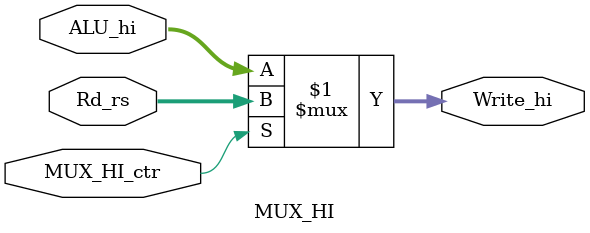
<source format=v>
`timescale 1ns / 1ps


module MUX_HI(
    input MUX_HI_ctr,
    input [31:0] Rd_rs,
    input [31:0] ALU_hi,
    output [31:0] Write_hi
    );
    assign Write_hi = MUX_HI_ctr ? Rd_rs : ALU_hi;
endmodule

</source>
